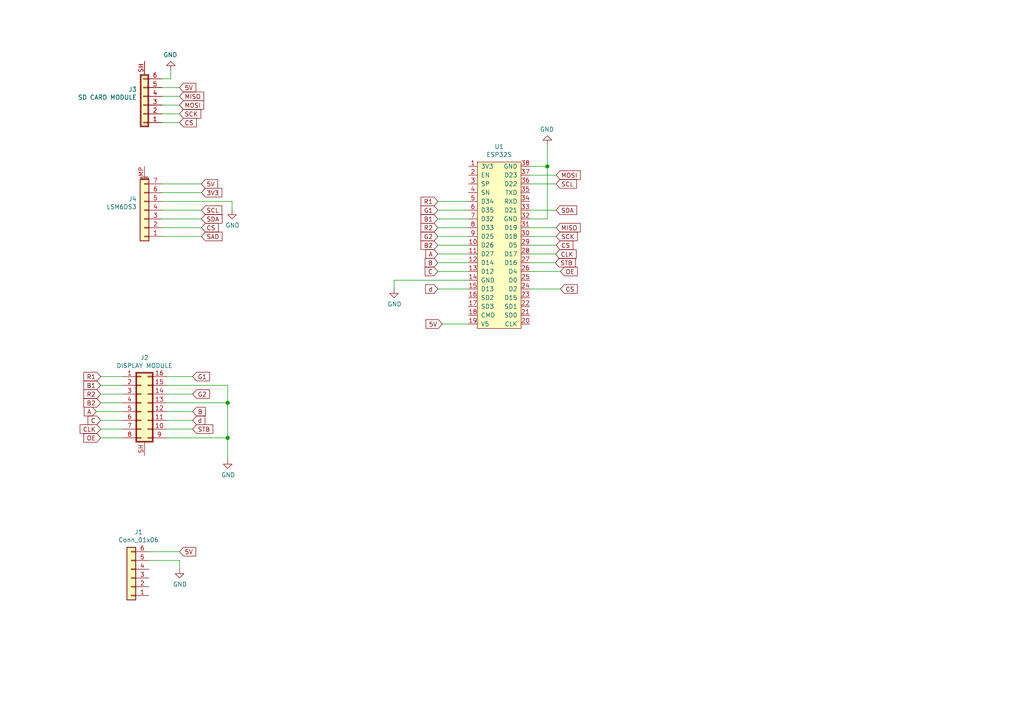
<source format=kicad_sch>
(kicad_sch (version 20201015) (generator eeschema)

  (page 1 1)

  (paper "A4")

  (title_block
    (title "RGB PANNEL")
    (rev "V0.1")
  )

  (lib_symbols
    (symbol "Connector_Generic:Conn_01x06" (pin_names (offset 1.016) hide) (in_bom yes) (on_board yes)
      (property "Reference" "J" (id 0) (at 0 7.62 0)
        (effects (font (size 1.27 1.27)))
      )
      (property "Value" "Conn_01x06" (id 1) (at 0 -10.16 0)
        (effects (font (size 1.27 1.27)))
      )
      (property "Footprint" "" (id 2) (at 0 0 0)
        (effects (font (size 1.27 1.27)) hide)
      )
      (property "Datasheet" "~" (id 3) (at 0 0 0)
        (effects (font (size 1.27 1.27)) hide)
      )
      (property "ki_keywords" "connector" (id 4) (at 0 0 0)
        (effects (font (size 1.27 1.27)) hide)
      )
      (property "ki_description" "Generic connector, single row, 01x06, script generated (kicad-library-utils/schlib/autogen/connector/)" (id 5) (at 0 0 0)
        (effects (font (size 1.27 1.27)) hide)
      )
      (property "ki_fp_filters" "Connector*:*_1x??_*" (id 6) (at 0 0 0)
        (effects (font (size 1.27 1.27)) hide)
      )
      (symbol "Conn_01x06_1_1"
        (rectangle (start -1.27 -4.953) (end 0 -5.207)
          (stroke (width 0.1524)) (fill (type none))
        )
        (rectangle (start -1.27 -7.493) (end 0 -7.747)
          (stroke (width 0.1524)) (fill (type none))
        )
        (rectangle (start -1.27 -2.413) (end 0 -2.667)
          (stroke (width 0.1524)) (fill (type none))
        )
        (rectangle (start -1.27 2.667) (end 0 2.413)
          (stroke (width 0.1524)) (fill (type none))
        )
        (rectangle (start -1.27 5.207) (end 0 4.953)
          (stroke (width 0.1524)) (fill (type none))
        )
        (rectangle (start -1.27 6.35) (end 1.27 -8.89)
          (stroke (width 0.254)) (fill (type background))
        )
        (rectangle (start -1.27 0.127) (end 0 -0.127)
          (stroke (width 0.1524)) (fill (type none))
        )
        (pin passive line (at -5.08 5.08 0) (length 3.81)
          (name "Pin_1" (effects (font (size 1.27 1.27))))
          (number "1" (effects (font (size 1.27 1.27))))
        )
        (pin passive line (at -5.08 2.54 0) (length 3.81)
          (name "Pin_2" (effects (font (size 1.27 1.27))))
          (number "2" (effects (font (size 1.27 1.27))))
        )
        (pin passive line (at -5.08 0 0) (length 3.81)
          (name "Pin_3" (effects (font (size 1.27 1.27))))
          (number "3" (effects (font (size 1.27 1.27))))
        )
        (pin passive line (at -5.08 -2.54 0) (length 3.81)
          (name "Pin_4" (effects (font (size 1.27 1.27))))
          (number "4" (effects (font (size 1.27 1.27))))
        )
        (pin passive line (at -5.08 -5.08 0) (length 3.81)
          (name "Pin_5" (effects (font (size 1.27 1.27))))
          (number "5" (effects (font (size 1.27 1.27))))
        )
        (pin passive line (at -5.08 -7.62 0) (length 3.81)
          (name "Pin_6" (effects (font (size 1.27 1.27))))
          (number "6" (effects (font (size 1.27 1.27))))
        )
      )
    )
    (symbol "Connector_Generic_MountingPin:Conn_01x07_MountingPin" (pin_names (offset 1.016) hide) (in_bom yes) (on_board yes)
      (property "Reference" "J" (id 0) (at 0 10.16 0)
        (effects (font (size 1.27 1.27)))
      )
      (property "Value" "Conn_01x07_MountingPin" (id 1) (at 1.27 -10.16 0)
        (effects (font (size 1.27 1.27)) (justify left))
      )
      (property "Footprint" "" (id 2) (at 0 0 0)
        (effects (font (size 1.27 1.27)) hide)
      )
      (property "Datasheet" "~" (id 3) (at 0 0 0)
        (effects (font (size 1.27 1.27)) hide)
      )
      (property "ki_keywords" "connector" (id 4) (at 0 0 0)
        (effects (font (size 1.27 1.27)) hide)
      )
      (property "ki_description" "Generic connectable mounting pin connector, single row, 01x07, script generated (kicad-library-utils/schlib/autogen/connector/)" (id 5) (at 0 0 0)
        (effects (font (size 1.27 1.27)) hide)
      )
      (property "ki_fp_filters" "Connector*:*_1x??-1MP*" (id 6) (at 0 0 0)
        (effects (font (size 1.27 1.27)) hide)
      )
      (symbol "Conn_01x07_MountingPin_1_1"
        (text "Mounting" (at 0 -9.271 0)
          (effects (font (size 0.381 0.381)))
        )
        (rectangle (start -1.27 -4.953) (end 0 -5.207)
          (stroke (width 0.1524)) (fill (type none))
        )
        (rectangle (start -1.27 -7.493) (end 0 -7.747)
          (stroke (width 0.1524)) (fill (type none))
        )
        (rectangle (start -1.27 -2.413) (end 0 -2.667)
          (stroke (width 0.1524)) (fill (type none))
        )
        (rectangle (start -1.27 2.667) (end 0 2.413)
          (stroke (width 0.1524)) (fill (type none))
        )
        (rectangle (start -1.27 5.207) (end 0 4.953)
          (stroke (width 0.1524)) (fill (type none))
        )
        (rectangle (start -1.27 7.747) (end 0 7.493)
          (stroke (width 0.1524)) (fill (type none))
        )
        (rectangle (start -1.27 8.89) (end 1.27 -8.89)
          (stroke (width 0.254)) (fill (type background))
        )
        (rectangle (start -1.27 0.127) (end 0 -0.127)
          (stroke (width 0.1524)) (fill (type none))
        )
        (polyline
          (pts
            (xy -1.016 -9.652)
            (xy 1.016 -9.652)
          )
          (stroke (width 0.1524)) (fill (type none))
        )
        (pin passive line (at 0 -12.7 90) (length 3.048)
          (name "MountPin" (effects (font (size 1.27 1.27))))
          (number "MP" (effects (font (size 1.27 1.27))))
        )
        (pin passive line (at -5.08 7.62 0) (length 3.81)
          (name "Pin_1" (effects (font (size 1.27 1.27))))
          (number "1" (effects (font (size 1.27 1.27))))
        )
        (pin passive line (at -5.08 5.08 0) (length 3.81)
          (name "Pin_2" (effects (font (size 1.27 1.27))))
          (number "2" (effects (font (size 1.27 1.27))))
        )
        (pin passive line (at -5.08 2.54 0) (length 3.81)
          (name "Pin_3" (effects (font (size 1.27 1.27))))
          (number "3" (effects (font (size 1.27 1.27))))
        )
        (pin passive line (at -5.08 0 0) (length 3.81)
          (name "Pin_4" (effects (font (size 1.27 1.27))))
          (number "4" (effects (font (size 1.27 1.27))))
        )
        (pin passive line (at -5.08 -2.54 0) (length 3.81)
          (name "Pin_5" (effects (font (size 1.27 1.27))))
          (number "5" (effects (font (size 1.27 1.27))))
        )
        (pin passive line (at -5.08 -5.08 0) (length 3.81)
          (name "Pin_6" (effects (font (size 1.27 1.27))))
          (number "6" (effects (font (size 1.27 1.27))))
        )
        (pin passive line (at -5.08 -7.62 0) (length 3.81)
          (name "Pin_7" (effects (font (size 1.27 1.27))))
          (number "7" (effects (font (size 1.27 1.27))))
        )
      )
    )
    (symbol "Connector_Generic_Shielded:Conn_01x06_Shielded" (pin_names (offset 1.016) hide) (in_bom yes) (on_board yes)
      (property "Reference" "J" (id 0) (at 0.254 7.366 0)
        (effects (font (size 1.27 1.27)))
      )
      (property "Value" "Conn_01x06_Shielded" (id 1) (at 1.016 -9.906 0)
        (effects (font (size 1.27 1.27)) (justify left))
      )
      (property "Footprint" "" (id 2) (at 0 0 0)
        (effects (font (size 1.27 1.27)) hide)
      )
      (property "Datasheet" "~" (id 3) (at 0 0 0)
        (effects (font (size 1.27 1.27)) hide)
      )
      (property "ki_keywords" "connector" (id 4) (at 0 0 0)
        (effects (font (size 1.27 1.27)) hide)
      )
      (property "ki_description" "Generic shielded connector, single row, 01x06, script generated (kicad-library-utils/schlib/autogen/connector/)" (id 5) (at 0 0 0)
        (effects (font (size 1.27 1.27)) hide)
      )
      (property "ki_fp_filters" "Connector*:*_1x??-1SH*" (id 6) (at 0 0 0)
        (effects (font (size 1.27 1.27)) hide)
      )
      (symbol "Conn_01x06_Shielded_1_1"
        (rectangle (start -1.016 -4.953) (end 0.254 -5.207)
          (stroke (width 0.1524)) (fill (type none))
        )
        (rectangle (start -1.016 -7.493) (end 0.254 -7.747)
          (stroke (width 0.1524)) (fill (type none))
        )
        (rectangle (start -1.016 -2.413) (end 0.254 -2.667)
          (stroke (width 0.1524)) (fill (type none))
        )
        (rectangle (start -1.016 2.667) (end 0.254 2.413)
          (stroke (width 0.1524)) (fill (type none))
        )
        (rectangle (start -1.016 5.207) (end 0.254 4.953)
          (stroke (width 0.1524)) (fill (type none))
        )
        (rectangle (start -1.016 6.096) (end 1.016 -8.636)
          (stroke (width 0.254)) (fill (type background))
        )
        (rectangle (start -1.016 0.127) (end 0.254 -0.127)
          (stroke (width 0.1524)) (fill (type none))
        )
        (rectangle (start -1.27 6.35) (end 1.27 -8.89)
          (stroke (width 0.1524)) (fill (type none))
        )
        (pin passive line (at -5.08 5.08 0) (length 4.064)
          (name "Pin_1" (effects (font (size 1.27 1.27))))
          (number "1" (effects (font (size 1.27 1.27))))
        )
        (pin passive line (at -5.08 2.54 0) (length 4.064)
          (name "Pin_2" (effects (font (size 1.27 1.27))))
          (number "2" (effects (font (size 1.27 1.27))))
        )
        (pin passive line (at -5.08 0 0) (length 4.064)
          (name "Pin_3" (effects (font (size 1.27 1.27))))
          (number "3" (effects (font (size 1.27 1.27))))
        )
        (pin passive line (at -5.08 -2.54 0) (length 4.064)
          (name "Pin_4" (effects (font (size 1.27 1.27))))
          (number "4" (effects (font (size 1.27 1.27))))
        )
        (pin passive line (at -5.08 -5.08 0) (length 4.064)
          (name "Pin_5" (effects (font (size 1.27 1.27))))
          (number "5" (effects (font (size 1.27 1.27))))
        )
        (pin passive line (at -5.08 -7.62 0) (length 4.064)
          (name "Pin_6" (effects (font (size 1.27 1.27))))
          (number "6" (effects (font (size 1.27 1.27))))
        )
        (pin passive line (at 0 -12.7 90) (length 3.81)
          (name "Shield" (effects (font (size 1.27 1.27))))
          (number "SH" (effects (font (size 1.27 1.27))))
        )
      )
    )
    (symbol "Connector_Generic_Shielded:Conn_02x08_Counter_Clockwise_Shielded" (pin_names (offset 1.016) hide) (in_bom yes) (on_board yes)
      (property "Reference" "J" (id 0) (at 1.524 9.906 0)
        (effects (font (size 1.27 1.27)))
      )
      (property "Value" "Conn_02x08_Counter_Clockwise_Shielded" (id 1) (at 2.286 -12.446 0)
        (effects (font (size 1.27 1.27)) (justify left))
      )
      (property "Footprint" "" (id 2) (at 0 0 0)
        (effects (font (size 1.27 1.27)) hide)
      )
      (property "Datasheet" "~" (id 3) (at 0 0 0)
        (effects (font (size 1.27 1.27)) hide)
      )
      (property "ki_keywords" "connector" (id 4) (at 0 0 0)
        (effects (font (size 1.27 1.27)) hide)
      )
      (property "ki_description" "Generic shielded connector, double row, 02x08, counter clockwise pin numbering scheme (similar to DIP packge numbering), script generated (kicad-library-utils/schlib/autogen/connector/)" (id 5) (at 0 0 0)
        (effects (font (size 1.27 1.27)) hide)
      )
      (property "ki_fp_filters" "Connector*:*_2x??-1SH*" (id 6) (at 0 0 0)
        (effects (font (size 1.27 1.27)) hide)
      )
      (symbol "Conn_02x08_Counter_Clockwise_Shielded_1_1"
        (rectangle (start -1.016 -4.953) (end 0.254 -5.207)
          (stroke (width 0.1524)) (fill (type none))
        )
        (rectangle (start -1.016 -7.493) (end 0.254 -7.747)
          (stroke (width 0.1524)) (fill (type none))
        )
        (rectangle (start -1.016 -10.033) (end 0.254 -10.287)
          (stroke (width 0.1524)) (fill (type none))
        )
        (rectangle (start -1.016 -2.413) (end 0.254 -2.667)
          (stroke (width 0.1524)) (fill (type none))
        )
        (rectangle (start -1.016 2.667) (end 0.254 2.413)
          (stroke (width 0.1524)) (fill (type none))
        )
        (rectangle (start -1.016 5.207) (end 0.254 4.953)
          (stroke (width 0.1524)) (fill (type none))
        )
        (rectangle (start -1.016 7.747) (end 0.254 7.493)
          (stroke (width 0.1524)) (fill (type none))
        )
        (rectangle (start -1.016 8.636) (end 3.556 -11.176)
          (stroke (width 0.254)) (fill (type background))
        )
        (rectangle (start -1.016 0.127) (end 0.254 -0.127)
          (stroke (width 0.1524)) (fill (type none))
        )
        (rectangle (start -1.27 8.89) (end 3.81 -11.43)
          (stroke (width 0.1524)) (fill (type none))
        )
        (rectangle (start 3.556 -4.953) (end 2.286 -5.207)
          (stroke (width 0.1524)) (fill (type none))
        )
        (rectangle (start 3.556 -7.493) (end 2.286 -7.747)
          (stroke (width 0.1524)) (fill (type none))
        )
        (rectangle (start 3.556 -10.033) (end 2.286 -10.287)
          (stroke (width 0.1524)) (fill (type none))
        )
        (rectangle (start 3.556 -2.413) (end 2.286 -2.667)
          (stroke (width 0.1524)) (fill (type none))
        )
        (rectangle (start 3.556 2.667) (end 2.286 2.413)
          (stroke (width 0.1524)) (fill (type none))
        )
        (rectangle (start 3.556 5.207) (end 2.286 4.953)
          (stroke (width 0.1524)) (fill (type none))
        )
        (rectangle (start 3.556 7.747) (end 2.286 7.493)
          (stroke (width 0.1524)) (fill (type none))
        )
        (rectangle (start 3.556 0.127) (end 2.286 -0.127)
          (stroke (width 0.1524)) (fill (type none))
        )
        (pin passive line (at -5.08 7.62 0) (length 4.064)
          (name "Pin_1" (effects (font (size 1.27 1.27))))
          (number "1" (effects (font (size 1.27 1.27))))
        )
        (pin passive line (at 7.62 -7.62 180) (length 4.064)
          (name "Pin_10" (effects (font (size 1.27 1.27))))
          (number "10" (effects (font (size 1.27 1.27))))
        )
        (pin passive line (at 7.62 -5.08 180) (length 4.064)
          (name "Pin_11" (effects (font (size 1.27 1.27))))
          (number "11" (effects (font (size 1.27 1.27))))
        )
        (pin passive line (at 7.62 -2.54 180) (length 4.064)
          (name "Pin_12" (effects (font (size 1.27 1.27))))
          (number "12" (effects (font (size 1.27 1.27))))
        )
        (pin passive line (at 7.62 0 180) (length 4.064)
          (name "Pin_13" (effects (font (size 1.27 1.27))))
          (number "13" (effects (font (size 1.27 1.27))))
        )
        (pin passive line (at 7.62 2.54 180) (length 4.064)
          (name "Pin_14" (effects (font (size 1.27 1.27))))
          (number "14" (effects (font (size 1.27 1.27))))
        )
        (pin passive line (at 7.62 5.08 180) (length 4.064)
          (name "Pin_15" (effects (font (size 1.27 1.27))))
          (number "15" (effects (font (size 1.27 1.27))))
        )
        (pin passive line (at 7.62 7.62 180) (length 4.064)
          (name "Pin_16" (effects (font (size 1.27 1.27))))
          (number "16" (effects (font (size 1.27 1.27))))
        )
        (pin passive line (at -5.08 5.08 0) (length 4.064)
          (name "Pin_2" (effects (font (size 1.27 1.27))))
          (number "2" (effects (font (size 1.27 1.27))))
        )
        (pin passive line (at -5.08 2.54 0) (length 4.064)
          (name "Pin_3" (effects (font (size 1.27 1.27))))
          (number "3" (effects (font (size 1.27 1.27))))
        )
        (pin passive line (at -5.08 0 0) (length 4.064)
          (name "Pin_4" (effects (font (size 1.27 1.27))))
          (number "4" (effects (font (size 1.27 1.27))))
        )
        (pin passive line (at -5.08 -2.54 0) (length 4.064)
          (name "Pin_5" (effects (font (size 1.27 1.27))))
          (number "5" (effects (font (size 1.27 1.27))))
        )
        (pin passive line (at -5.08 -5.08 0) (length 4.064)
          (name "Pin_6" (effects (font (size 1.27 1.27))))
          (number "6" (effects (font (size 1.27 1.27))))
        )
        (pin passive line (at -5.08 -7.62 0) (length 4.064)
          (name "Pin_7" (effects (font (size 1.27 1.27))))
          (number "7" (effects (font (size 1.27 1.27))))
        )
        (pin passive line (at -5.08 -10.16 0) (length 4.064)
          (name "Pin_8" (effects (font (size 1.27 1.27))))
          (number "8" (effects (font (size 1.27 1.27))))
        )
        (pin passive line (at 7.62 -10.16 180) (length 4.064)
          (name "Pin_9" (effects (font (size 1.27 1.27))))
          (number "9" (effects (font (size 1.27 1.27))))
        )
        (pin passive line (at 1.27 -15.24 90) (length 3.81)
          (name "Shield" (effects (font (size 1.27 1.27))))
          (number "SH" (effects (font (size 1.27 1.27))))
        )
      )
    )
    (symbol "ESP32S:ESP32S" (pin_names (offset 1.016)) (in_bom yes) (on_board yes)
      (property "Reference" "U" (id 0) (at 0 0 0)
        (effects (font (size 1.27 1.27)))
      )
      (property "Value" "ESP32S" (id 1) (at 6.35 1.27 0)
        (effects (font (size 1.27 1.27)))
      )
      (property "Footprint" "" (id 2) (at 0 0 0)
        (effects (font (size 1.27 1.27)) hide)
      )
      (property "Datasheet" "" (id 3) (at 0 0 0)
        (effects (font (size 1.27 1.27)) hide)
      )
      (symbol "ESP32S_0_1"
        (rectangle (start 0 0) (end 12.7 -48.26)
          (stroke (width 0)) (fill (type background))
        )
      )
      (symbol "ESP32S_1_1"
        (pin input line (at -2.54 -1.27 0) (length 2.54)
          (name "3V3" (effects (font (size 1.27 1.27))))
          (number "1" (effects (font (size 1.27 1.27))))
        )
        (pin input line (at -2.54 -24.13 0) (length 2.54)
          (name "D26" (effects (font (size 1.27 1.27))))
          (number "10" (effects (font (size 1.27 1.27))))
        )
        (pin input line (at -2.54 -26.67 0) (length 2.54)
          (name "D27" (effects (font (size 1.27 1.27))))
          (number "11" (effects (font (size 1.27 1.27))))
        )
        (pin input line (at -2.54 -29.21 0) (length 2.54)
          (name "D14" (effects (font (size 1.27 1.27))))
          (number "12" (effects (font (size 1.27 1.27))))
        )
        (pin input line (at -2.54 -31.75 0) (length 2.54)
          (name "D12" (effects (font (size 1.27 1.27))))
          (number "13" (effects (font (size 1.27 1.27))))
        )
        (pin input line (at -2.54 -34.29 0) (length 2.54)
          (name "GND" (effects (font (size 1.27 1.27))))
          (number "14" (effects (font (size 1.27 1.27))))
        )
        (pin input line (at -2.54 -36.83 0) (length 2.54)
          (name "D13" (effects (font (size 1.27 1.27))))
          (number "15" (effects (font (size 1.27 1.27))))
        )
        (pin input line (at -2.54 -39.37 0) (length 2.54)
          (name "SD2" (effects (font (size 1.27 1.27))))
          (number "16" (effects (font (size 1.27 1.27))))
        )
        (pin input line (at -2.54 -41.91 0) (length 2.54)
          (name "SD3" (effects (font (size 1.27 1.27))))
          (number "17" (effects (font (size 1.27 1.27))))
        )
        (pin input line (at -2.54 -44.45 0) (length 2.54)
          (name "CMD" (effects (font (size 1.27 1.27))))
          (number "18" (effects (font (size 1.27 1.27))))
        )
        (pin input line (at -2.54 -46.99 0) (length 2.54)
          (name "V5" (effects (font (size 1.27 1.27))))
          (number "19" (effects (font (size 1.27 1.27))))
        )
        (pin input line (at -2.54 -3.81 0) (length 2.54)
          (name "EN" (effects (font (size 1.27 1.27))))
          (number "2" (effects (font (size 1.27 1.27))))
        )
        (pin input line (at 15.24 -46.99 180) (length 2.54)
          (name "CLK" (effects (font (size 1.27 1.27))))
          (number "20" (effects (font (size 1.27 1.27))))
        )
        (pin input line (at 15.24 -44.45 180) (length 2.54)
          (name "SD0" (effects (font (size 1.27 1.27))))
          (number "21" (effects (font (size 1.27 1.27))))
        )
        (pin input line (at 15.24 -41.91 180) (length 2.54)
          (name "SD1" (effects (font (size 1.27 1.27))))
          (number "22" (effects (font (size 1.27 1.27))))
        )
        (pin input line (at 15.24 -39.37 180) (length 2.54)
          (name "D15" (effects (font (size 1.27 1.27))))
          (number "23" (effects (font (size 1.27 1.27))))
        )
        (pin input line (at 15.24 -36.83 180) (length 2.54)
          (name "D2" (effects (font (size 1.27 1.27))))
          (number "24" (effects (font (size 1.27 1.27))))
        )
        (pin input line (at 15.24 -34.29 180) (length 2.54)
          (name "D0" (effects (font (size 1.27 1.27))))
          (number "25" (effects (font (size 1.27 1.27))))
        )
        (pin input line (at 15.24 -31.75 180) (length 2.54)
          (name "D4" (effects (font (size 1.27 1.27))))
          (number "26" (effects (font (size 1.27 1.27))))
        )
        (pin input line (at 15.24 -29.21 180) (length 2.54)
          (name "D16" (effects (font (size 1.27 1.27))))
          (number "27" (effects (font (size 1.27 1.27))))
        )
        (pin input line (at 15.24 -26.67 180) (length 2.54)
          (name "D17" (effects (font (size 1.27 1.27))))
          (number "28" (effects (font (size 1.27 1.27))))
        )
        (pin input line (at 15.24 -24.13 180) (length 2.54)
          (name "D5" (effects (font (size 1.27 1.27))))
          (number "29" (effects (font (size 1.27 1.27))))
        )
        (pin input line (at -2.54 -6.35 0) (length 2.54)
          (name "SP" (effects (font (size 1.27 1.27))))
          (number "3" (effects (font (size 1.27 1.27))))
        )
        (pin input line (at 15.24 -21.59 180) (length 2.54)
          (name "D18" (effects (font (size 1.27 1.27))))
          (number "30" (effects (font (size 1.27 1.27))))
        )
        (pin input line (at 15.24 -19.05 180) (length 2.54)
          (name "D19" (effects (font (size 1.27 1.27))))
          (number "31" (effects (font (size 1.27 1.27))))
        )
        (pin input line (at 15.24 -16.51 180) (length 2.54)
          (name "GND" (effects (font (size 1.27 1.27))))
          (number "32" (effects (font (size 1.27 1.27))))
        )
        (pin input line (at 15.24 -13.97 180) (length 2.54)
          (name "D21" (effects (font (size 1.27 1.27))))
          (number "33" (effects (font (size 1.27 1.27))))
        )
        (pin input line (at 15.24 -11.43 180) (length 2.54)
          (name "RXD" (effects (font (size 1.27 1.27))))
          (number "34" (effects (font (size 1.27 1.27))))
        )
        (pin input line (at 15.24 -8.89 180) (length 2.54)
          (name "TXD" (effects (font (size 1.27 1.27))))
          (number "35" (effects (font (size 1.27 1.27))))
        )
        (pin input line (at 15.24 -6.35 180) (length 2.54)
          (name "D22" (effects (font (size 1.27 1.27))))
          (number "36" (effects (font (size 1.27 1.27))))
        )
        (pin input line (at 15.24 -3.81 180) (length 2.54)
          (name "D23" (effects (font (size 1.27 1.27))))
          (number "37" (effects (font (size 1.27 1.27))))
        )
        (pin input line (at 15.24 -1.27 180) (length 2.54)
          (name "GND" (effects (font (size 1.27 1.27))))
          (number "38" (effects (font (size 1.27 1.27))))
        )
        (pin input line (at -2.54 -8.89 0) (length 2.54)
          (name "SN" (effects (font (size 1.27 1.27))))
          (number "4" (effects (font (size 1.27 1.27))))
        )
        (pin input line (at -2.54 -11.43 0) (length 2.54)
          (name "D34" (effects (font (size 1.27 1.27))))
          (number "5" (effects (font (size 1.27 1.27))))
        )
        (pin input line (at -2.54 -13.97 0) (length 2.54)
          (name "D35" (effects (font (size 1.27 1.27))))
          (number "6" (effects (font (size 1.27 1.27))))
        )
        (pin input line (at -2.54 -16.51 0) (length 2.54)
          (name "D32" (effects (font (size 1.27 1.27))))
          (number "7" (effects (font (size 1.27 1.27))))
        )
        (pin input line (at -2.54 -19.05 0) (length 2.54)
          (name "D33" (effects (font (size 1.27 1.27))))
          (number "8" (effects (font (size 1.27 1.27))))
        )
        (pin input line (at -2.54 -21.59 0) (length 2.54)
          (name "D25" (effects (font (size 1.27 1.27))))
          (number "9" (effects (font (size 1.27 1.27))))
        )
      )
    )
    (symbol "power:GND" (power) (pin_names (offset 0)) (in_bom yes) (on_board yes)
      (property "Reference" "#PWR" (id 0) (at 0 -6.35 0)
        (effects (font (size 1.27 1.27)) hide)
      )
      (property "Value" "GND" (id 1) (at 0 -3.81 0)
        (effects (font (size 1.27 1.27)))
      )
      (property "Footprint" "" (id 2) (at 0 0 0)
        (effects (font (size 1.27 1.27)) hide)
      )
      (property "Datasheet" "" (id 3) (at 0 0 0)
        (effects (font (size 1.27 1.27)) hide)
      )
      (property "ki_keywords" "power-flag" (id 4) (at 0 0 0)
        (effects (font (size 1.27 1.27)) hide)
      )
      (property "ki_description" "Power symbol creates a global label with name \"GND\" , ground" (id 5) (at 0 0 0)
        (effects (font (size 1.27 1.27)) hide)
      )
      (symbol "GND_0_1"
        (polyline
          (pts
            (xy 0 0)
            (xy 0 -1.27)
            (xy 1.27 -1.27)
            (xy 0 -2.54)
            (xy -1.27 -1.27)
            (xy 0 -1.27)
          )
          (stroke (width 0)) (fill (type none))
        )
      )
      (symbol "GND_1_1"
        (pin power_in line (at 0 0 270) (length 0) hide
          (name "GND" (effects (font (size 1.27 1.27))))
          (number "1" (effects (font (size 1.27 1.27))))
        )
      )
    )
  )

  (junction (at 66.04 116.84) (diameter 1.016) (color 0 0 0 0))
  (junction (at 66.04 127) (diameter 1.016) (color 0 0 0 0))
  (junction (at 158.75 48.26) (diameter 1.016) (color 0 0 0 0))

  (wire (pts (xy 27.94 119.38) (xy 35.56 119.38))
    (stroke (width 0) (type solid) (color 0 0 0 0))
  )
  (wire (pts (xy 29.21 109.22) (xy 35.56 109.22))
    (stroke (width 0) (type solid) (color 0 0 0 0))
  )
  (wire (pts (xy 29.21 111.76) (xy 35.56 111.76))
    (stroke (width 0) (type solid) (color 0 0 0 0))
  )
  (wire (pts (xy 29.21 114.3) (xy 35.56 114.3))
    (stroke (width 0) (type solid) (color 0 0 0 0))
  )
  (wire (pts (xy 29.21 116.84) (xy 35.56 116.84))
    (stroke (width 0) (type solid) (color 0 0 0 0))
  )
  (wire (pts (xy 29.21 121.92) (xy 35.56 121.92))
    (stroke (width 0) (type solid) (color 0 0 0 0))
  )
  (wire (pts (xy 29.21 124.46) (xy 35.56 124.46))
    (stroke (width 0) (type solid) (color 0 0 0 0))
  )
  (wire (pts (xy 29.21 127) (xy 35.56 127))
    (stroke (width 0) (type solid) (color 0 0 0 0))
  )
  (wire (pts (xy 43.18 160.02) (xy 52.07 160.02))
    (stroke (width 0) (type solid) (color 0 0 0 0))
  )
  (wire (pts (xy 43.18 162.56) (xy 52.07 162.56))
    (stroke (width 0) (type solid) (color 0 0 0 0))
  )
  (wire (pts (xy 46.99 22.86) (xy 49.53 22.86))
    (stroke (width 0) (type solid) (color 0 0 0 0))
  )
  (wire (pts (xy 46.99 25.4) (xy 52.07 25.4))
    (stroke (width 0) (type solid) (color 0 0 0 0))
  )
  (wire (pts (xy 46.99 27.94) (xy 52.07 27.94))
    (stroke (width 0) (type solid) (color 0 0 0 0))
  )
  (wire (pts (xy 46.99 30.48) (xy 52.07 30.48))
    (stroke (width 0) (type solid) (color 0 0 0 0))
  )
  (wire (pts (xy 46.99 33.02) (xy 52.07 33.02))
    (stroke (width 0) (type solid) (color 0 0 0 0))
  )
  (wire (pts (xy 46.99 35.56) (xy 52.07 35.56))
    (stroke (width 0) (type solid) (color 0 0 0 0))
  )
  (wire (pts (xy 46.99 53.34) (xy 58.42 53.34))
    (stroke (width 0) (type solid) (color 0 0 0 0))
  )
  (wire (pts (xy 46.99 55.88) (xy 58.42 55.88))
    (stroke (width 0) (type solid) (color 0 0 0 0))
  )
  (wire (pts (xy 46.99 58.42) (xy 67.31 58.42))
    (stroke (width 0) (type solid) (color 0 0 0 0))
  )
  (wire (pts (xy 46.99 60.96) (xy 58.42 60.96))
    (stroke (width 0) (type solid) (color 0 0 0 0))
  )
  (wire (pts (xy 46.99 63.5) (xy 58.42 63.5))
    (stroke (width 0) (type solid) (color 0 0 0 0))
  )
  (wire (pts (xy 46.99 66.04) (xy 58.42 66.04))
    (stroke (width 0) (type solid) (color 0 0 0 0))
  )
  (wire (pts (xy 46.99 68.58) (xy 58.42 68.58))
    (stroke (width 0) (type solid) (color 0 0 0 0))
  )
  (wire (pts (xy 48.26 109.22) (xy 55.88 109.22))
    (stroke (width 0) (type solid) (color 0 0 0 0))
  )
  (wire (pts (xy 48.26 111.76) (xy 66.04 111.76))
    (stroke (width 0) (type solid) (color 0 0 0 0))
  )
  (wire (pts (xy 48.26 114.3) (xy 55.88 114.3))
    (stroke (width 0) (type solid) (color 0 0 0 0))
  )
  (wire (pts (xy 48.26 116.84) (xy 66.04 116.84))
    (stroke (width 0) (type solid) (color 0 0 0 0))
  )
  (wire (pts (xy 48.26 119.38) (xy 55.88 119.38))
    (stroke (width 0) (type solid) (color 0 0 0 0))
  )
  (wire (pts (xy 48.26 121.92) (xy 55.88 121.92))
    (stroke (width 0) (type solid) (color 0 0 0 0))
  )
  (wire (pts (xy 48.26 124.46) (xy 55.88 124.46))
    (stroke (width 0) (type solid) (color 0 0 0 0))
  )
  (wire (pts (xy 48.26 127) (xy 66.04 127))
    (stroke (width 0) (type solid) (color 0 0 0 0))
  )
  (wire (pts (xy 49.53 22.86) (xy 49.53 20.32))
    (stroke (width 0) (type solid) (color 0 0 0 0))
  )
  (wire (pts (xy 52.07 162.56) (xy 52.07 165.1))
    (stroke (width 0) (type solid) (color 0 0 0 0))
  )
  (wire (pts (xy 66.04 111.76) (xy 66.04 116.84))
    (stroke (width 0) (type solid) (color 0 0 0 0))
  )
  (wire (pts (xy 66.04 116.84) (xy 66.04 127))
    (stroke (width 0) (type solid) (color 0 0 0 0))
  )
  (wire (pts (xy 66.04 127) (xy 66.04 133.35))
    (stroke (width 0) (type solid) (color 0 0 0 0))
  )
  (wire (pts (xy 67.31 58.42) (xy 67.31 60.96))
    (stroke (width 0) (type solid) (color 0 0 0 0))
  )
  (wire (pts (xy 114.3 81.28) (xy 114.3 83.82))
    (stroke (width 0) (type solid) (color 0 0 0 0))
  )
  (wire (pts (xy 127 58.42) (xy 135.89 58.42))
    (stroke (width 0) (type solid) (color 0 0 0 0))
  )
  (wire (pts (xy 127 60.96) (xy 135.89 60.96))
    (stroke (width 0) (type solid) (color 0 0 0 0))
  )
  (wire (pts (xy 127 63.5) (xy 135.89 63.5))
    (stroke (width 0) (type solid) (color 0 0 0 0))
  )
  (wire (pts (xy 127 66.04) (xy 135.89 66.04))
    (stroke (width 0) (type solid) (color 0 0 0 0))
  )
  (wire (pts (xy 127 68.58) (xy 135.89 68.58))
    (stroke (width 0) (type solid) (color 0 0 0 0))
  )
  (wire (pts (xy 127 71.12) (xy 135.89 71.12))
    (stroke (width 0) (type solid) (color 0 0 0 0))
  )
  (wire (pts (xy 127 73.66) (xy 135.89 73.66))
    (stroke (width 0) (type solid) (color 0 0 0 0))
  )
  (wire (pts (xy 127 76.2) (xy 135.89 76.2))
    (stroke (width 0) (type solid) (color 0 0 0 0))
  )
  (wire (pts (xy 127 78.74) (xy 135.89 78.74))
    (stroke (width 0) (type solid) (color 0 0 0 0))
  )
  (wire (pts (xy 135.89 81.28) (xy 114.3 81.28))
    (stroke (width 0) (type solid) (color 0 0 0 0))
  )
  (wire (pts (xy 135.89 83.82) (xy 127 83.82))
    (stroke (width 0) (type solid) (color 0 0 0 0))
  )
  (wire (pts (xy 135.89 93.98) (xy 128.27 93.98))
    (stroke (width 0) (type solid) (color 0 0 0 0))
  )
  (wire (pts (xy 153.67 48.26) (xy 158.75 48.26))
    (stroke (width 0) (type solid) (color 0 0 0 0))
  )
  (wire (pts (xy 153.67 50.8) (xy 161.29 50.8))
    (stroke (width 0) (type solid) (color 0 0 0 0))
  )
  (wire (pts (xy 153.67 53.34) (xy 161.29 53.34))
    (stroke (width 0) (type solid) (color 0 0 0 0))
  )
  (wire (pts (xy 153.67 60.96) (xy 161.29 60.96))
    (stroke (width 0) (type solid) (color 0 0 0 0))
  )
  (wire (pts (xy 153.67 63.5) (xy 158.75 63.5))
    (stroke (width 0) (type solid) (color 0 0 0 0))
  )
  (wire (pts (xy 153.67 66.04) (xy 161.29 66.04))
    (stroke (width 0) (type solid) (color 0 0 0 0))
  )
  (wire (pts (xy 153.67 68.58) (xy 161.29 68.58))
    (stroke (width 0) (type solid) (color 0 0 0 0))
  )
  (wire (pts (xy 153.67 71.12) (xy 161.29 71.12))
    (stroke (width 0) (type solid) (color 0 0 0 0))
  )
  (wire (pts (xy 153.67 73.66) (xy 161.1376 73.66))
    (stroke (width 0) (type solid) (color 0 0 0 0))
  )
  (wire (pts (xy 153.67 76.2) (xy 161.036 76.2))
    (stroke (width 0) (type solid) (color 0 0 0 0))
  )
  (wire (pts (xy 153.67 78.74) (xy 162.56 78.74))
    (stroke (width 0) (type solid) (color 0 0 0 0))
  )
  (wire (pts (xy 153.67 83.82) (xy 162.56 83.82))
    (stroke (width 0) (type solid) (color 0 0 0 0))
  )
  (wire (pts (xy 158.75 48.26) (xy 158.75 41.91))
    (stroke (width 0) (type solid) (color 0 0 0 0))
  )
  (wire (pts (xy 158.75 63.5) (xy 158.75 48.26))
    (stroke (width 0) (type solid) (color 0 0 0 0))
  )
  (wire (pts (xy 161.1376 73.66) (xy 161.1376 73.7108))
    (stroke (width 0) (type solid) (color 0 0 0 0))
  )

  (global_label "A" (shape input) (at 27.94 119.38 180)
    (effects (font (size 1.27 1.27)) (justify right))
  )
  (global_label "R1" (shape input) (at 29.21 109.22 180)
    (effects (font (size 1.27 1.27)) (justify right))
  )
  (global_label "B1" (shape input) (at 29.21 111.76 180)
    (effects (font (size 1.27 1.27)) (justify right))
  )
  (global_label "R2" (shape input) (at 29.21 114.3 180)
    (effects (font (size 1.27 1.27)) (justify right))
  )
  (global_label "B2" (shape input) (at 29.21 116.84 180)
    (effects (font (size 1.27 1.27)) (justify right))
  )
  (global_label "C" (shape input) (at 29.21 121.92 180)
    (effects (font (size 1.27 1.27)) (justify right))
  )
  (global_label "CLK" (shape input) (at 29.21 124.46 180)
    (effects (font (size 1.27 1.27)) (justify right))
  )
  (global_label "OE" (shape input) (at 29.21 127 180)
    (effects (font (size 1.27 1.27)) (justify right))
  )
  (global_label "5V" (shape input) (at 52.07 25.4 0)
    (effects (font (size 1.27 1.27)) (justify left))
  )
  (global_label "MISO" (shape input) (at 52.07 27.94 0)
    (effects (font (size 1.27 1.27)) (justify left))
  )
  (global_label "MOSI" (shape input) (at 52.07 30.48 0)
    (effects (font (size 1.27 1.27)) (justify left))
  )
  (global_label "SCK" (shape input) (at 52.07 33.02 0)
    (effects (font (size 1.27 1.27)) (justify left))
  )
  (global_label "CS" (shape input) (at 52.07 35.56 0)
    (effects (font (size 1.27 1.27)) (justify left))
  )
  (global_label "5V" (shape input) (at 52.07 160.02 0)
    (effects (font (size 1.27 1.27)) (justify left))
  )
  (global_label "G1" (shape input) (at 55.88 109.22 0)
    (effects (font (size 1.27 1.27)) (justify left))
  )
  (global_label "G2" (shape input) (at 55.88 114.3 0)
    (effects (font (size 1.27 1.27)) (justify left))
  )
  (global_label "B" (shape input) (at 55.88 119.38 0)
    (effects (font (size 1.27 1.27)) (justify left))
  )
  (global_label "d" (shape input) (at 55.88 121.92 0)
    (effects (font (size 1.27 1.27)) (justify left))
  )
  (global_label "STB" (shape input) (at 55.88 124.46 0)
    (effects (font (size 1.27 1.27)) (justify left))
  )
  (global_label "5V" (shape input) (at 58.42 53.34 0)
    (effects (font (size 1.27 1.27)) (justify left))
  )
  (global_label "3V3" (shape input) (at 58.42 55.88 0)
    (effects (font (size 1.27 1.27)) (justify left))
  )
  (global_label "SCL" (shape input) (at 58.42 60.96 0)
    (effects (font (size 1.27 1.27)) (justify left))
  )
  (global_label "SDA" (shape input) (at 58.42 63.5 0)
    (effects (font (size 1.27 1.27)) (justify left))
  )
  (global_label "CS" (shape input) (at 58.42 66.04 0)
    (effects (font (size 1.27 1.27)) (justify left))
  )
  (global_label "SAD" (shape input) (at 58.42 68.58 0)
    (effects (font (size 1.27 1.27)) (justify left))
  )
  (global_label "R1" (shape input) (at 127 58.42 180)
    (effects (font (size 1.27 1.27)) (justify right))
  )
  (global_label "G1" (shape input) (at 127 60.96 180)
    (effects (font (size 1.27 1.27)) (justify right))
  )
  (global_label "B1" (shape input) (at 127 63.5 180)
    (effects (font (size 1.27 1.27)) (justify right))
  )
  (global_label "R2" (shape input) (at 127 66.04 180)
    (effects (font (size 1.27 1.27)) (justify right))
  )
  (global_label "G2" (shape input) (at 127 68.58 180)
    (effects (font (size 1.27 1.27)) (justify right))
  )
  (global_label "B2" (shape input) (at 127 71.12 180)
    (effects (font (size 1.27 1.27)) (justify right))
  )
  (global_label "A" (shape input) (at 127 73.66 180)
    (effects (font (size 1.27 1.27)) (justify right))
  )
  (global_label "B" (shape input) (at 127 76.2 180)
    (effects (font (size 1.27 1.27)) (justify right))
  )
  (global_label "C" (shape input) (at 127 78.74 180)
    (effects (font (size 1.27 1.27)) (justify right))
  )
  (global_label "d" (shape input) (at 127 83.82 180)
    (effects (font (size 1.27 1.27)) (justify right))
  )
  (global_label "5V" (shape input) (at 128.27 93.98 180)
    (effects (font (size 1.27 1.27)) (justify right))
  )
  (global_label "STB" (shape input) (at 161.036 76.2 0)
    (effects (font (size 1.27 1.27)) (justify left))
  )
  (global_label "CLK" (shape input) (at 161.1376 73.7108 0)
    (effects (font (size 1.27 1.27)) (justify left))
  )
  (global_label "MOSI" (shape input) (at 161.29 50.8 0)
    (effects (font (size 1.27 1.27)) (justify left))
  )
  (global_label "SCL" (shape input) (at 161.29 53.34 0)
    (effects (font (size 1.27 1.27)) (justify left))
  )
  (global_label "SDA" (shape input) (at 161.29 60.96 0)
    (effects (font (size 1.27 1.27)) (justify left))
  )
  (global_label "MISO" (shape input) (at 161.29 66.04 0)
    (effects (font (size 1.27 1.27)) (justify left))
  )
  (global_label "SCK" (shape input) (at 161.29 68.58 0)
    (effects (font (size 1.27 1.27)) (justify left))
  )
  (global_label "CS" (shape input) (at 161.29 71.12 0)
    (effects (font (size 1.27 1.27)) (justify left))
  )
  (global_label "OE" (shape input) (at 162.56 78.74 0)
    (effects (font (size 1.27 1.27)) (justify left))
  )
  (global_label "CS" (shape input) (at 162.56 83.82 0)
    (effects (font (size 1.27 1.27)) (justify left))
  )

  (symbol (lib_id "power:GND") (at 49.53 20.32 180) (unit 1)
    (in_bom yes) (on_board yes)
    (uuid "00000000-0000-0000-0000-00005fa4ebdd")
    (property "Reference" "#PWR01" (id 0) (at 49.53 13.97 0)
      (effects (font (size 1.27 1.27)) hide)
    )
    (property "Value" "GND" (id 1) (at 49.403 15.9258 0))
    (property "Footprint" "" (id 2) (at 49.53 20.32 0)
      (effects (font (size 1.27 1.27)) hide)
    )
    (property "Datasheet" "" (id 3) (at 49.53 20.32 0)
      (effects (font (size 1.27 1.27)) hide)
    )
  )

  (symbol (lib_id "power:GND") (at 52.07 165.1 0) (unit 1)
    (in_bom yes) (on_board yes)
    (uuid "00000000-0000-0000-0000-00005fa5a796")
    (property "Reference" "#PWR02" (id 0) (at 52.07 171.45 0)
      (effects (font (size 1.27 1.27)) hide)
    )
    (property "Value" "GND" (id 1) (at 52.197 169.4942 0))
    (property "Footprint" "" (id 2) (at 52.07 165.1 0)
      (effects (font (size 1.27 1.27)) hide)
    )
    (property "Datasheet" "" (id 3) (at 52.07 165.1 0)
      (effects (font (size 1.27 1.27)) hide)
    )
  )

  (symbol (lib_id "power:GND") (at 66.04 133.35 0) (unit 1)
    (in_bom yes) (on_board yes)
    (uuid "00000000-0000-0000-0000-00005fa64cf9")
    (property "Reference" "#PWR03" (id 0) (at 66.04 139.7 0)
      (effects (font (size 1.27 1.27)) hide)
    )
    (property "Value" "GND" (id 1) (at 66.167 137.7442 0))
    (property "Footprint" "" (id 2) (at 66.04 133.35 0)
      (effects (font (size 1.27 1.27)) hide)
    )
    (property "Datasheet" "" (id 3) (at 66.04 133.35 0)
      (effects (font (size 1.27 1.27)) hide)
    )
  )

  (symbol (lib_id "power:GND") (at 67.31 60.96 0) (unit 1)
    (in_bom yes) (on_board yes)
    (uuid "00000000-0000-0000-0000-00005fa540d1")
    (property "Reference" "#PWR04" (id 0) (at 67.31 67.31 0)
      (effects (font (size 1.27 1.27)) hide)
    )
    (property "Value" "GND" (id 1) (at 67.437 65.3542 0))
    (property "Footprint" "" (id 2) (at 67.31 60.96 0)
      (effects (font (size 1.27 1.27)) hide)
    )
    (property "Datasheet" "" (id 3) (at 67.31 60.96 0)
      (effects (font (size 1.27 1.27)) hide)
    )
  )

  (symbol (lib_id "power:GND") (at 114.3 83.82 0) (unit 1)
    (in_bom yes) (on_board yes)
    (uuid "00000000-0000-0000-0000-00005fa4d742")
    (property "Reference" "#PWR05" (id 0) (at 114.3 90.17 0)
      (effects (font (size 1.27 1.27)) hide)
    )
    (property "Value" "GND" (id 1) (at 114.427 88.2142 0))
    (property "Footprint" "" (id 2) (at 114.3 83.82 0)
      (effects (font (size 1.27 1.27)) hide)
    )
    (property "Datasheet" "" (id 3) (at 114.3 83.82 0)
      (effects (font (size 1.27 1.27)) hide)
    )
  )

  (symbol (lib_id "power:GND") (at 158.75 41.91 180) (unit 1)
    (in_bom yes) (on_board yes)
    (uuid "00000000-0000-0000-0000-00005fa4c3c0")
    (property "Reference" "#PWR06" (id 0) (at 158.75 35.56 0)
      (effects (font (size 1.27 1.27)) hide)
    )
    (property "Value" "GND" (id 1) (at 158.623 37.5158 0))
    (property "Footprint" "" (id 2) (at 158.75 41.91 0)
      (effects (font (size 1.27 1.27)) hide)
    )
    (property "Datasheet" "" (id 3) (at 158.75 41.91 0)
      (effects (font (size 1.27 1.27)) hide)
    )
  )

  (symbol (lib_id "Connector_Generic:Conn_01x06") (at 38.1 167.64 180) (unit 1)
    (in_bom yes) (on_board yes)
    (uuid "00000000-0000-0000-0000-00005fa59346")
    (property "Reference" "J1" (id 0) (at 40.1828 154.305 0))
    (property "Value" "Conn_01x06" (id 1) (at 40.1828 156.6164 0))
    (property "Footprint" "Connector_Molex:Molex_KK-254_AE-6410-06A_1x06_P2.54mm_Vertical" (id 2) (at 38.1 167.64 0)
      (effects (font (size 1.27 1.27)) hide)
    )
    (property "Datasheet" "~" (id 3) (at 38.1 167.64 0)
      (effects (font (size 1.27 1.27)) hide)
    )
  )

  (symbol (lib_id "Connector_Generic_Shielded:Conn_01x06_Shielded") (at 41.91 30.48 180) (unit 1)
    (in_bom yes) (on_board yes)
    (uuid "00000000-0000-0000-0000-00005fa39c25")
    (property "Reference" "J3" (id 0) (at 39.6748 25.9334 0)
      (effects (font (size 1.27 1.27)) (justify left))
    )
    (property "Value" "SD CARD MODULE" (id 1) (at 39.6748 28.2448 0)
      (effects (font (size 1.27 1.27)) (justify left))
    )
    (property "Footprint" "Connector_Molex:Molex_KK-254_AE-6410-06A_1x06_P2.54mm_Vertical" (id 2) (at 41.91 30.48 0)
      (effects (font (size 1.27 1.27)) hide)
    )
    (property "Datasheet" "~" (id 3) (at 41.91 30.48 0)
      (effects (font (size 1.27 1.27)) hide)
    )
  )

  (symbol (lib_id "Connector_Generic_MountingPin:Conn_01x07_MountingPin") (at 41.91 60.96 180) (unit 1)
    (in_bom yes) (on_board yes)
    (uuid "00000000-0000-0000-0000-00005fa52f9f")
    (property "Reference" "J4" (id 0) (at 39.6748 57.7088 0)
      (effects (font (size 1.27 1.27)) (justify left))
    )
    (property "Value" "LSM6DS3" (id 1) (at 39.6748 60.0202 0)
      (effects (font (size 1.27 1.27)) (justify left))
    )
    (property "Footprint" "Connector_Molex:Molex_KK-254_AE-6410-07A_1x07_P2.54mm_Vertical" (id 2) (at 41.91 60.96 0)
      (effects (font (size 1.27 1.27)) hide)
    )
    (property "Datasheet" "~" (id 3) (at 41.91 60.96 0)
      (effects (font (size 1.27 1.27)) hide)
    )
  )

  (symbol (lib_id "Connector_Generic_Shielded:Conn_02x08_Counter_Clockwise_Shielded") (at 40.64 116.84 0) (unit 1)
    (in_bom yes) (on_board yes)
    (uuid "00000000-0000-0000-0000-00005fa3aa0f")
    (property "Reference" "J2" (id 0) (at 41.91 103.759 0))
    (property "Value" "DISPLAY MODULE" (id 1) (at 41.91 106.0704 0))
    (property "Footprint" "Connector_Molex:Molex_Nano-Fit_105310-xx16_2x08_P2.50mm_Vertical" (id 2) (at 40.64 116.84 0)
      (effects (font (size 1.27 1.27)) hide)
    )
    (property "Datasheet" "~" (id 3) (at 40.64 116.84 0)
      (effects (font (size 1.27 1.27)) hide)
    )
  )

  (symbol (lib_id "ESP32S:ESP32S") (at 138.43 46.99 0) (unit 1)
    (in_bom yes) (on_board yes)
    (uuid "00000000-0000-0000-0000-00005fa48cac")
    (property "Reference" "U1" (id 0) (at 144.78 42.545 0))
    (property "Value" "ESP32S" (id 1) (at 144.78 44.8564 0))
    (property "Footprint" "RGB:ESP" (id 2) (at 138.43 46.99 0)
      (effects (font (size 1.27 1.27)) hide)
    )
    (property "Datasheet" "" (id 3) (at 138.43 46.99 0)
      (effects (font (size 1.27 1.27)) hide)
    )
  )

  (sheet_instances
    (path "/" (page "1"))
  )

  (symbol_instances
    (path "/00000000-0000-0000-0000-00005fa4ebdd"
      (reference "#PWR01") (unit 1) (value "GND") (footprint "")
    )
    (path "/00000000-0000-0000-0000-00005fa5a796"
      (reference "#PWR02") (unit 1) (value "GND") (footprint "")
    )
    (path "/00000000-0000-0000-0000-00005fa64cf9"
      (reference "#PWR03") (unit 1) (value "GND") (footprint "")
    )
    (path "/00000000-0000-0000-0000-00005fa540d1"
      (reference "#PWR04") (unit 1) (value "GND") (footprint "")
    )
    (path "/00000000-0000-0000-0000-00005fa4d742"
      (reference "#PWR05") (unit 1) (value "GND") (footprint "")
    )
    (path "/00000000-0000-0000-0000-00005fa4c3c0"
      (reference "#PWR06") (unit 1) (value "GND") (footprint "")
    )
    (path "/00000000-0000-0000-0000-00005fa59346"
      (reference "J1") (unit 1) (value "Conn_01x06") (footprint "Connector_Molex:Molex_KK-254_AE-6410-06A_1x06_P2.54mm_Vertical")
    )
    (path "/00000000-0000-0000-0000-00005fa3aa0f"
      (reference "J2") (unit 1) (value "DISPLAY MODULE") (footprint "Connector_Molex:Molex_Nano-Fit_105310-xx16_2x08_P2.50mm_Vertical")
    )
    (path "/00000000-0000-0000-0000-00005fa39c25"
      (reference "J3") (unit 1) (value "SD CARD MODULE") (footprint "Connector_Molex:Molex_KK-254_AE-6410-06A_1x06_P2.54mm_Vertical")
    )
    (path "/00000000-0000-0000-0000-00005fa52f9f"
      (reference "J4") (unit 1) (value "LSM6DS3") (footprint "Connector_Molex:Molex_KK-254_AE-6410-07A_1x07_P2.54mm_Vertical")
    )
    (path "/00000000-0000-0000-0000-00005fa48cac"
      (reference "U1") (unit 1) (value "ESP32S") (footprint "RGB:ESP")
    )
  )
)

</source>
